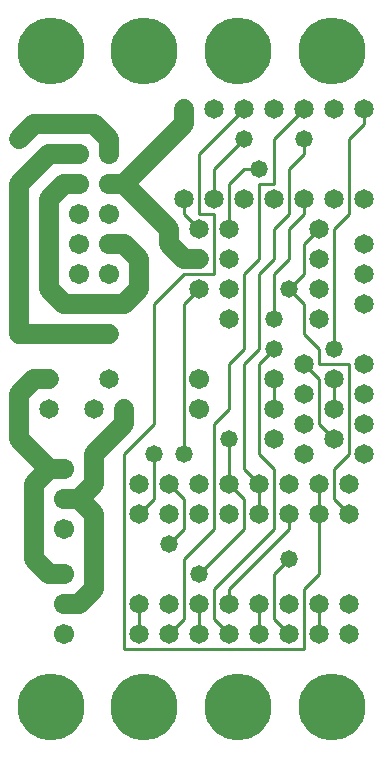
<source format=gtl>
%MOIN*%
%FSLAX25Y25*%
G04 D10 used for Character Trace; *
G04     Circle (OD=.01000) (No hole)*
G04 D11 used for Power Trace; *
G04     Circle (OD=.06500) (No hole)*
G04 D12 used for Signal Trace; *
G04     Circle (OD=.01100) (No hole)*
G04 D13 used for Via; *
G04     Circle (OD=.05800) (Round. Hole ID=.02800)*
G04 D14 used for Component hole; *
G04     Circle (OD=.06500) (Round. Hole ID=.03500)*
G04 D15 used for Component hole; *
G04     Circle (OD=.06700) (Round. Hole ID=.04300)*
G04 D16 used for Component hole; *
G04     Circle (OD=.08100) (Round. Hole ID=.05100)*
G04 D17 used for Component hole; *
G04     Circle (OD=.08900) (Round. Hole ID=.05900)*
G04 D18 used for Component hole; *
G04     Circle (OD=.11300) (Round. Hole ID=.08300)*
G04 D19 used for Component hole; *
G04     Circle (OD=.16000) (Round. Hole ID=.13000)*
G04 D20 used for Component hole; *
G04     Circle (OD=.18300) (Round. Hole ID=.15300)*
G04 D21 used for Component hole; *
G04     Circle (OD=.22291) (Round. Hole ID=.19291)*
%ADD10C,.01000*%
%ADD11C,.06500*%
%ADD12C,.01100*%
%ADD13C,.05800*%
%ADD14C,.06500*%
%ADD15C,.06700*%
%ADD16C,.08100*%
%ADD17C,.08900*%
%ADD18C,.11300*%
%ADD19C,.16000*%
%ADD20C,.18300*%
%ADD21C,.22291*%
%IPPOS*%
%LPD*%
G90*X0Y0D02*D21*X15625Y15625D03*D15*              
X20000Y40000D03*D12*X40000Y35000D02*X100000D01*   
Y55000D01*X105000Y60000D01*Y80000D01*D14*D03*D12* 
Y90000D01*D14*D03*D12*X115000Y80000D02*           
X110000Y85000D01*D14*X115000Y80000D03*D12*        
X110000Y85000D02*Y95000D01*X115000Y100000D01*     
Y130000D01*X105000D01*Y135000D01*                 
X100000Y140000D01*Y150000D01*X95000Y155000D01*D13*
D03*D12*X100000Y160000D01*Y170000D01*             
X105000Y175000D01*D14*D03*D12*X95000D02*          
X100000Y180000D01*X95000Y165000D02*Y175000D01*    
X90000Y160000D02*X95000Y165000D01*                
X90000Y145000D02*Y160000D01*D13*Y145000D03*D12*   
X75000Y130000D02*X80000Y135000D01*                
X75000Y115000D02*Y130000D01*X70000Y110000D02*     
X75000Y115000D01*X70000Y75000D02*Y110000D01*      
X60000Y65000D02*X70000Y75000D01*X60000Y45000D02*  
Y65000D01*X55000Y40000D02*X60000Y45000D01*D14*    
X55000Y40000D03*X65000Y50000D03*D12*Y40000D01*D14*
D03*D12*X75000D02*X70000Y45000D01*D14*            
X75000Y40000D03*D12*X70000Y45000D02*Y55000D01*    
X90000Y75000D01*Y95000D01*X85000Y100000D01*       
Y130000D01*X90000Y135000D01*D13*D03*D12*          
X80000Y130000D02*X85000Y135000D01*X80000Y95000D02*
Y130000D01*X85000Y90000D02*X80000Y95000D01*D14*   
X85000Y90000D03*D12*Y80000D01*D14*D03*D12*        
X80000Y75000D02*Y85000D01*X65000Y60000D02*        
X80000Y75000D01*D13*X65000Y60000D03*D14*          
X75000Y50000D03*D12*Y55000D01*X95000Y75000D01*    
Y80000D01*D14*D03*Y90000D03*D12*X80000Y85000D02*  
X75000Y90000D01*D14*D03*D12*Y105000D01*D13*D03*   
D15*X65000Y115000D03*D14*Y90000D03*               
X90000Y105000D03*D13*X60000Y100000D03*D12*        
Y150000D01*X65000Y155000D01*D14*D03*D12*          
X60000Y160000D02*X70000D01*X50000Y150000D02*      
X60000Y160000D01*X50000Y110000D02*Y150000D01*     
X40000Y100000D02*X50000Y110000D01*X40000Y35000D02*
Y100000D01*D14*X45000Y40000D03*D12*Y50000D01*D14* 
D03*X55000D03*D11*X25000D02*X30000Y55000D01*      
X20000Y50000D02*X25000D01*D15*X20000D03*Y60000D03*
D11*X15000D01*X10000Y65000D01*Y90000D01*          
X15000Y95000D01*X20000D01*D15*D03*D11*X15000D02*  
X5000Y105000D01*Y120000D01*X10000Y125000D01*      
X15000D01*D14*D03*Y115000D03*X30000D03*D13*       
X5000Y140000D03*D11*X35000D01*D13*D03*D11*        
X20000Y150000D02*X40000D01*X20000D02*             
X15000Y155000D01*Y185000D01*X20000Y190000D01*     
X25000D01*D15*D03*X35000Y180000D03*Y200000D03*D11*
Y205000D01*X30000Y210000D01*X10000D01*            
X5000Y205000D01*D13*D03*D11*Y190000D02*           
X15000Y200000D01*X5000Y140000D02*Y190000D01*D15*  
X25000Y160000D03*X35000Y170000D03*D11*X40000D01*  
X45000Y165000D01*Y155000D01*X40000Y150000D01*D15* 
X35000Y160000D03*D11*X60000Y165000D02*            
X55000Y170000D01*X60000Y165000D02*X65000D01*D14*  
D03*D12*X70000Y160000D02*Y180000D01*X65000D01*    
Y200000D01*X80000Y215000D01*D14*D03*D12*          
X90000Y190000D02*Y205000D01*X85000Y190000D02*     
X90000D01*X85000Y165000D02*Y190000D01*            
X80000Y160000D02*X85000Y165000D01*                
X80000Y135000D02*Y160000D01*X85000Y135000D02*     
Y160000D01*X90000Y165000D01*Y175000D01*           
X95000Y180000D01*Y195000D01*X100000Y200000D01*    
Y205000D01*D13*D03*D14*X110000Y215000D03*         
X90000D03*X100000D03*D12*X90000Y205000D01*        
X75000Y190000D02*X80000Y195000D01*                
X75000Y175000D02*Y190000D01*D14*Y175000D03*       
X80000Y185000D03*X65000Y175000D03*D12*            
X60000Y180000D01*Y185000D01*D14*D03*D12*X70000D02*
Y195000D01*D14*Y185000D03*D12*X80000Y195000D02*   
X85000D01*D13*D03*X80000Y205000D03*D12*           
X70000Y195000D01*D11*X40000Y190000D02*            
X60000Y210000D01*X55000Y175000D02*                
X40000Y190000D01*D14*X55000Y175000D03*D11*        
Y170000D01*D15*X35000Y190000D03*D11*X40000D01*D15*
X25000Y200000D03*D11*X15000D01*D15*               
X25000Y180000D03*Y170000D03*D21*X46875Y234375D03* 
X15625D03*D11*X60000Y210000D02*Y215000D01*D14*D03*
X70000D03*D21*X78125Y234375D03*D14*               
X90000Y185000D03*D12*X100000Y180000D02*Y185000D01*
D14*D03*D12*X110000Y135000D02*Y175000D01*D13*     
Y135000D03*D14*X120000Y130000D03*D12*             
X105000Y110000D02*Y125000D01*X110000Y105000D02*   
X105000Y110000D01*D14*X110000Y105000D03*          
X120000Y100000D03*X100000Y110000D03*              
X110000Y115000D03*D12*Y125000D01*D14*D03*D12*     
X105000D02*X100000Y130000D01*D14*D03*Y120000D03*  
X90000Y125000D03*D12*Y115000D01*D14*D03*          
X100000Y100000D03*X115000Y90000D03*D15*           
X65000Y125000D03*D12*X60000Y75000D02*Y85000D01*   
X55000Y70000D02*X60000Y75000D01*D13*              
X55000Y70000D03*D14*X65000Y80000D03*X45000D03*D12*
X50000Y85000D01*Y100000D01*D13*D03*D11*X30000D02* 
X40000Y110000D01*X30000Y90000D02*Y100000D01*      
X25000Y85000D02*X30000Y90000D01*Y80000D02*        
X25000Y85000D01*X30000Y55000D02*Y80000D01*D15*    
X20000Y75000D03*D14*X55000Y80000D03*D12*          
X60000Y85000D02*X55000Y90000D01*D14*D03*X45000D03*
X75000Y80000D03*D11*X40000Y110000D02*Y115000D01*  
D14*D03*X35000Y125000D03*D15*X20000Y85000D03*D11* 
X25000D01*D14*X75000Y145000D03*X85000Y40000D03*   
D12*Y50000D01*D14*D03*D12*X95000Y40000D02*        
X90000Y45000D01*D14*X95000Y40000D03*D12*          
X90000Y45000D02*Y60000D01*X95000Y65000D01*D13*D03*
D14*Y50000D03*X105000D03*D12*Y40000D01*D14*D03*   
X115000Y50000D03*Y40000D03*D21*X78125Y15625D03*   
X109375D03*X46875D03*D14*X120000Y110000D03*       
Y120000D03*X105000Y145000D03*X120000Y150000D03*   
X105000Y155000D03*X75000D03*X120000Y160000D03*    
X105000Y165000D03*X75000D03*X120000Y170000D03*D12*
X110000Y175000D02*X115000Y180000D01*Y205000D01*   
X120000Y210000D01*Y215000D01*D14*D03*D21*         
X109375Y234375D03*D14*X110000Y185000D03*          
X120000D03*M02*                                   

</source>
